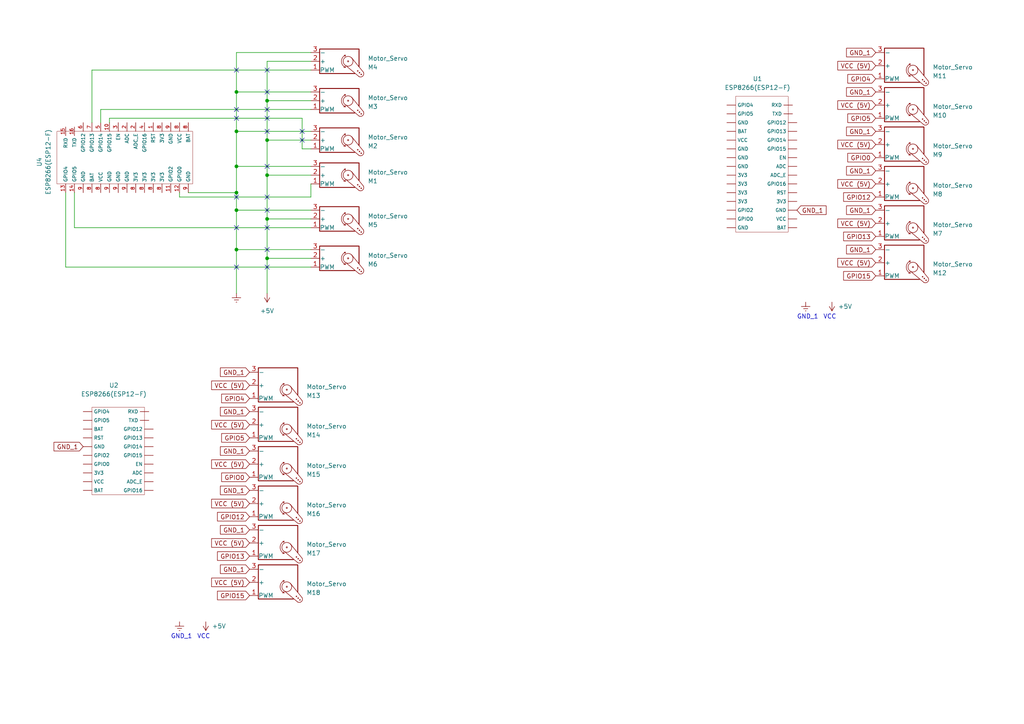
<source format=kicad_sch>
(kicad_sch (version 20230121) (generator eeschema)
  (paper "A4")
  (lib_symbols
    (symbol "ESP8266(ESP12-F)_1"
      (property "Reference" "U1" (at 1.27 10.16 0))
      (property "Value" "ESP8266(ESP12-F)" (at 1.27 7.62 0))
      (symbol "ESP8266(ESP12-F)_1_0_1"
        (rectangle (start -7.62 5.08) (end 7.62 -34.29) (stroke (width 0.0005)))
        (rectangle (start 7.62 -8.89) (end 7.62 -8.89) (stroke (width 0.0005)))
      )
      (symbol "ESP8266(ESP12-F)_1_1_1"
        (pin input line (at -10.16 -25.4 0) (length 2.54) (name "3V3") (number ""))
        (pin input line (at 10.16 -25.4 180) (length 2.54) (name "3V3") (number ""))
        (pin input line (at 10.16 -22.86 180) (length 2.54) (name "3V3") (number ""))
        (pin input line (at 10.16 -20.32 180) (length 2.54) (name "3V3") (number ""))
        (pin input line (at 10.16 -17.78 180) (length 2.54) (name "3V3") (number ""))
        (pin input line (at -10.16 -15.24 0) (length 2.54) (name "ADC") (number ""))
        (pin input line (at -10.16 -17.78 0) (length 2.54) (name "ADC_E") (number ""))
        (pin input line (at -10.16 -33.02 0) (length 2.54) (name "BAT") (number ""))
        (pin input line (at 10.16 -5.08 180) (length 2.54) (name "BAT") (number ""))
        (pin input line (at -10.16 -12.7 0) (length 2.54) (name "EN") (number ""))
        (pin input line (at -10.16 -27.94 0) (length 2.54) (name "GND") (number ""))
        (pin input line (at 10.16 -33.02 180) (length 2.54) (name "GND") (number ""))
        (pin input line (at 10.16 -15.24 180) (length 2.54) (name "GND") (number ""))
        (pin input line (at 10.16 -12.7 180) (length 2.54) (name "GND") (number ""))
        (pin input line (at 10.16 -10.16 180) (length 2.54) (name "GND") (number ""))
        (pin input line (at 10.16 -2.54 180) (length 2.54) (name "GND") (number ""))
        (pin input line (at 10.16 -30.48 180) (length 2.54) (name "GPIO0") (number ""))
        (pin input line (at -10.16 -2.54 0) (length 2.54) (name "GPIO12") (number ""))
        (pin input line (at -10.16 -5.08 0) (length 2.54) (name "GPIO13") (number ""))
        (pin input line (at -10.16 -7.62 0) (length 2.54) (name "GPIO14") (number ""))
        (pin input line (at -10.16 -10.16 0) (length 2.54) (name "GPIO15") (number ""))
        (pin input line (at -10.16 -20.32 0) (length 2.54) (name "GPIO16") (number ""))
        (pin input line (at 10.16 -27.94 180) (length 2.54) (name "GPIO2") (number ""))
        (pin input line (at 10.16 2.54 180) (length 2.54) (name "GPIO4") (number ""))
        (pin input line (at 10.16 0 180) (length 2.54) (name "GPIO5") (number ""))
        (pin input line (at -10.16 -22.86 0) (length 2.54) (name "RST") (number ""))
        (pin input line (at -8.89 2.54 0) (length 2.54) (name "RXD") (number ""))
        (pin input line (at -8.89 0 0) (length 2.54) (name "TXD") (number ""))
        (pin input line (at -10.16 -30.48 0) (length 2.54) (name "VCC") (number ""))
        (pin input line (at 10.16 -7.62 180) (length 2.54) (name "VCC") (number ""))
      )
    )
    (symbol "ESP8266(ESP12-F)_2"
      (property "Reference" "U2" (at 1.27 10.16 0))
      (property "Value" "ESP8266(ESP12-F)" (at 1.27 7.62 0))
      (symbol "ESP8266(ESP12-F)_2_0_1"
        (rectangle (start -7.62 3.81) (end 7.62 -21.59) (stroke (width 0.0005)))
        (rectangle (start 7.62 -8.89) (end 7.62 -8.89) (stroke (width 0.0005)))
      )
      (symbol "ESP8266(ESP12-F)_2_1_1"
        (pin input line (at 10.16 -15.24 180) (length 2.54) (name "3V3") (number ""))
        (pin input line (at -10.16 -15.24 0) (length 2.54) (name "ADC") (number ""))
        (pin input line (at -10.16 -17.78 0) (length 2.54) (name "ADC_E") (number ""))
        (pin input line (at 10.16 -20.32 180) (length 2.54) (name "BAT") (number ""))
        (pin input line (at 10.16 -2.54 180) (length 2.54) (name "BAT") (number ""))
        (pin input line (at -10.16 -12.7 0) (length 2.54) (name "EN") (number ""))
        (pin input line (at 10.16 -7.62 180) (length 2.54) (name "GND") (number ""))
        (pin input line (at 10.16 -12.7 180) (length 2.54) (name "GPIO0") (number ""))
        (pin input line (at -10.16 -2.54 0) (length 2.54) (name "GPIO12") (number ""))
        (pin input line (at -10.16 -5.08 0) (length 2.54) (name "GPIO13") (number ""))
        (pin input line (at -10.16 -7.62 0) (length 2.54) (name "GPIO14") (number ""))
        (pin input line (at -10.16 -10.16 0) (length 2.54) (name "GPIO15") (number ""))
        (pin input line (at -10.16 -20.32 0) (length 2.54) (name "GPIO16") (number ""))
        (pin input line (at 10.16 -10.16 180) (length 2.54) (name "GPIO2") (number ""))
        (pin input line (at 10.16 2.54 180) (length 2.54) (name "GPIO4") (number ""))
        (pin input line (at 10.16 0 180) (length 2.54) (name "GPIO5") (number ""))
        (pin input line (at 10.16 -5.08 180) (length 2.54) (name "RST") (number ""))
        (pin input line (at -8.89 2.54 0) (length 2.54) (name "RXD") (number ""))
        (pin input line (at -8.89 0 0) (length 2.54) (name "TXD") (number ""))
        (pin input line (at 10.16 -17.78 180) (length 2.54) (name "VCC") (number ""))
      )
    )
    (symbol "Motor:Motor_Servo" (pin_names (offset 0.0254))
      (property "Reference" "M" (at -5.08 4.445 0))
      (property "Value" "Motor_Servo" (at -5.08 -4.064 0))
      (symbol "Motor_Servo_0_1"
        (polyline (pts (xy 2.413 -1.778) (xy 2.032 -1.778)))
        (polyline (pts (xy 2.413 -1.778) (xy 2.286 -1.397)))
        (polyline (pts (xy 2.413 1.778) (xy 1.905 1.778)))
        (polyline (pts (xy 2.413 1.778) (xy 2.286 1.397)))
        (polyline (pts (xy 6.35 4.445) (xy 2.54 1.27)))
        (polyline (pts (xy 7.62 3.175) (xy 4.191 -1.016)))
        (polyline (pts (xy 5.08 3.556) (xy -5.08 3.556) (xy -5.08 -3.556) (xy 6.35 -3.556) (xy 6.35 1.524)) (stroke (width 0.254)))
        (arc (start 2.413 1.778) (mid 1.2406 0) (end 2.413 -1.778))
        (circle (center 3.175 0) (radius 0.1778))
        (circle (center 3.175 0) (radius 1.4224))
        (circle (center 5.969 2.794) (radius 0.127))
        (circle (center 6.477 3.302) (radius 0.127))
        (circle (center 6.985 3.81) (radius 0.127))
        (arc (start 7.62 3.175) (mid 7.4485 4.2735) (end 6.35 4.445))
      )
      (symbol "Motor_Servo_1_1"
        (pin passive line (at -7.62 2.54 0) (length 2.54) (name "PWM") (number "1"))
        (pin passive line (at -7.62 0 0) (length 2.54) (name "+") (number "2"))
        (pin passive line (at -7.62 -2.54 0) (length 2.54) (name "-") (number "3"))
      )
    )
    (symbol "Motor_Servo_1" (pin_names (offset 0.0254))
      (property "Reference" "M12" (at 8.89 1.7034 0))
      (property "Value" "Motor_Servo" (at 8.89 -0.8366 0))
      (symbol "Motor_Servo_1_0_1"
        (polyline (pts (xy 2.413 -1.778) (xy 2.032 -1.778)))
        (polyline (pts (xy 2.413 -1.778) (xy 2.286 -1.397)))
        (polyline (pts (xy 2.413 1.778) (xy 1.905 1.778)))
        (polyline (pts (xy 2.413 1.778) (xy 2.286 1.397)))
        (polyline (pts (xy 6.35 4.445) (xy 2.54 1.27)))
        (polyline (pts (xy 7.62 3.175) (xy 4.191 -1.016)))
        (polyline (pts (xy 5.08 3.556) (xy -5.08 3.556) (xy -5.08 -6.35) (xy 6.35 -6.35) (xy 6.35 1.524)) (stroke (width 0.254)))
        (arc (start 2.413 1.778) (mid 1.2406 0) (end 2.413 -1.778))
        (circle (center 3.175 0) (radius 0.1778))
        (circle (center 3.175 0) (radius 1.4224))
        (circle (center 5.969 2.794) (radius 0.127))
        (circle (center 6.477 3.302) (radius 0.127))
        (circle (center 6.985 3.81) (radius 0.127))
        (arc (start 7.62 3.175) (mid 7.4485 4.2735) (end 6.35 4.445))
      )
      (symbol "Motor_Servo_1_1_1"
        (pin passive line (at -7.62 2.54 0) (length 2.54) (name "PWM") (number "1"))
        (pin passive line (at -7.62 -1.27 0) (length 2.54) (name "+") (number "2"))
        (pin passive line (at -7.62 -5.08 0) (length 2.54) (name "-") (number "3"))
      )
    )
    (symbol "e-radionica.com schematics:ESP8266(ESP12-F)"
      (property "Reference" "U4" (at 1.27 10.16 0))
      (property "Value" "ESP8266(ESP12-F)" (at 1.27 7.62 0))
      (symbol "ESP8266(ESP12-F)_0_1"
        (rectangle (start -7.62 5.08) (end 7.62 -34.29) (stroke (width 0.0005)))
        (rectangle (start 7.62 -8.89) (end 7.62 -8.89) (stroke (width 0.0005)))
      )
      (symbol "ESP8266(ESP12-F)_1_1"
        (pin input line (at -10.16 -22.86 0) (length 2.54) (name "RST") (number "1"))
        (pin input line (at -10.16 -10.16 0) (length 2.54) (name "GPIO15") (number "10"))
        (pin input line (at 10.16 -27.94 180) (length 2.54) (name "GPIO2") (number "11"))
        (pin input line (at 10.16 -30.48 180) (length 2.54) (name "GPIO0") (number "12"))
        (pin input line (at 10.16 2.54 180) (length 2.54) (name "GPIO4") (number "13"))
        (pin input line (at 10.16 0 180) (length 2.54) (name "GPIO5") (number "14"))
        (pin input line (at -8.89 2.54 0) (length 2.54) (name "RXD") (number "15"))
        (pin input line (at -8.89 0 0) (length 2.54) (name "TXD") (number "16"))
        (pin input line (at -10.16 -15.24 0) (length 2.54) (name "ADC") (number "2"))
        (pin input line (at -10.16 -17.78 0) (length 2.54) (name "ADC_E") (number "2"))
        (pin input line (at -10.16 -12.7 0) (length 2.54) (name "EN") (number "3"))
        (pin input line (at -10.16 -20.32 0) (length 2.54) (name "GPIO16") (number "4"))
        (pin input line (at -10.16 -7.62 0) (length 2.54) (name "GPIO14") (number "5"))
        (pin input line (at -10.16 -2.54 0) (length 2.54) (name "GPIO12") (number "6"))
        (pin input line (at -10.16 -5.08 0) (length 2.54) (name "GPIO13") (number "7"))
        (pin input line (at -10.16 -25.4 0) (length 2.54) (name "3V3") (number "8"))
        (pin input line (at 10.16 -25.4 180) (length 2.54) (name "3V3") (number "8"))
        (pin input line (at 10.16 -22.86 180) (length 2.54) (name "3V3") (number "8"))
        (pin input line (at 10.16 -20.32 180) (length 2.54) (name "3V3") (number "8"))
        (pin input line (at 10.16 -17.78 180) (length 2.54) (name "3V3") (number "8"))
        (pin input line (at -10.16 -33.02 0) (length 2.54) (name "BAT") (number "8"))
        (pin input line (at 10.16 -5.08 180) (length 2.54) (name "BAT") (number "8"))
        (pin input line (at -10.16 -30.48 0) (length 2.54) (name "VCC") (number "8"))
        (pin input line (at 10.16 -7.62 180) (length 2.54) (name "VCC") (number "8"))
        (pin input line (at -10.16 -27.94 0) (length 2.54) (name "GND") (number "9"))
        (pin input line (at 10.16 -33.02 180) (length 2.54) (name "GND") (number "9"))
        (pin input line (at 10.16 -15.24 180) (length 2.54) (name "GND") (number "9"))
        (pin input line (at 10.16 -12.7 180) (length 2.54) (name "GND") (number "9"))
        (pin input line (at 10.16 -10.16 180) (length 2.54) (name "GND") (number "9"))
        (pin input line (at 10.16 -2.54 180) (length 2.54) (name "GND") (number "9"))
      )
    )
    (symbol "power:+5V" (power) (pin_names (offset 0))
      (property "Value" "+5V" (at 0 3.556 0))
      (symbol "+5V_0_1"
        (polyline (pts (xy -0.762 1.27) (xy 0 2.54)))
        (polyline (pts (xy 0 0) (xy 0 2.54)))
        (polyline (pts (xy 0 2.54) (xy 0.762 1.27)))
      )
      (symbol "+5V_1_1"
        (pin power_in line (at 0 0 90) (length 0) hide (name "+5V") (number "1"))
      )
    )
    (symbol "power:Earth" (power) (pin_names (offset 0))
      (symbol "Earth_0_1"
        (polyline (pts (xy -0.635 -1.905) (xy 0.635 -1.905)))
        (polyline (pts (xy -0.127 -2.54) (xy 0.127 -2.54)))
        (polyline (pts (xy 0 -1.27) (xy 0 0)))
        (polyline (pts (xy 1.27 -1.27) (xy -1.27 -1.27)))
      )
      (symbol "Earth_1_1"
        (pin power_in line (at 0 0 270) (length 0) hide (name "Earth") (number "1"))
      )
    )
  )
  (junction (at 68.58 38.1))
  (junction (at 77.47 50.8))
  (junction (at 77.47 29.21))
  (junction (at 77.47 40.64))
  (junction (at 68.58 55.88))
  (junction (at 77.47 74.93))
  (junction (at 68.58 60.96))
  (junction (at 68.58 26.67))
  (junction (at 68.58 72.39))
  (junction (at 68.58 48.26))
  (junction (at 77.47 63.5))
  (no_connect (at 77.47 38.1))
  (no_connect (at 77.47 48.26))
  (no_connect (at 68.58 20.32))
  (no_connect (at 77.47 57.15))
  (no_connect (at 68.58 34.29))
  (no_connect (at 87.63 38.1))
  (no_connect (at 77.47 72.39))
  (no_connect (at 68.58 77.47))
  (no_connect (at 77.47 66.04))
  (no_connect (at 68.58 57.15))
  (no_connect (at 77.47 34.29))
  (no_connect (at 77.47 60.96))
  (no_connect (at 77.47 20.32))
  (no_connect (at 77.47 77.47))
  (no_connect (at 68.58 31.75))
  (no_connect (at 77.47 31.75))
  (no_connect (at 77.47 26.67))
  (no_connect (at 87.63 40.64))
  (no_connect (at 68.58 66.04))
  (wire (pts (xy 68.58 15.24) (xy 68.58 26.67)))
  (wire (pts (xy 68.58 55.88) (xy 68.58 60.96)))
  (wire (pts (xy 19.05 55.88) (xy 19.05 77.47)))
  (wire (pts (xy 77.47 50.8) (xy 77.47 63.5)))
  (wire (pts (xy 19.05 77.47) (xy 90.17 77.47)))
  (wire (pts (xy 68.58 72.39) (xy 68.58 85.09)))
  (wire (pts (xy 52.07 55.88) (xy 52.07 57.15)))
  (wire (pts (xy 68.58 48.26) (xy 68.58 55.88)))
  (wire (pts (xy 68.58 60.96) (xy 90.17 60.96)))
  (wire (pts (xy 68.58 38.1) (xy 68.58 48.26)))
  (wire (pts (xy 29.21 31.75) (xy 90.17 31.75)))
  (wire (pts (xy 29.21 35.56) (xy 29.21 31.75)))
  (wire (pts (xy 77.47 17.78) (xy 90.17 17.78)))
  (wire (pts (xy 77.47 50.8) (xy 90.17 50.8)))
  (wire (pts (xy 77.47 29.21) (xy 90.17 29.21)))
  (wire (pts (xy 21.59 55.88) (xy 21.59 66.04)))
  (wire (pts (xy 87.63 43.18) (xy 90.17 43.18)))
  (wire (pts (xy 68.58 38.1) (xy 90.17 38.1)))
  (wire (pts (xy 26.67 35.56) (xy 26.67 20.32)))
  (wire (pts (xy 31.75 34.29) (xy 87.63 34.29)))
  (wire (pts (xy 90.17 15.24) (xy 68.58 15.24)))
  (wire (pts (xy 77.47 40.64) (xy 90.17 40.64)))
  (wire (pts (xy 26.67 20.32) (xy 90.17 20.32)))
  (wire (pts (xy 68.58 48.26) (xy 90.17 48.26)))
  (wire (pts (xy 87.63 34.29) (xy 87.63 43.18)))
  (wire (pts (xy 68.58 26.67) (xy 90.17 26.67)))
  (wire (pts (xy 52.07 57.15) (xy 90.17 57.15)))
  (wire (pts (xy 54.61 55.88) (xy 68.58 55.88)))
  (wire (pts (xy 90.17 57.15) (xy 90.17 53.34)))
  (wire (pts (xy 77.47 40.64) (xy 77.47 50.8)))
  (wire (pts (xy 68.58 26.67) (xy 68.58 38.1)))
  (wire (pts (xy 77.47 17.78) (xy 77.47 29.21)))
  (wire (pts (xy 21.59 66.04) (xy 90.17 66.04)))
  (wire (pts (xy 68.58 72.39) (xy 90.17 72.39)))
  (wire (pts (xy 77.47 63.5) (xy 77.47 74.93)))
  (wire (pts (xy 77.47 74.93) (xy 77.47 85.09)))
  (wire (pts (xy 77.47 74.93) (xy 90.17 74.93)))
  (wire (pts (xy 77.47 63.5) (xy 90.17 63.5)))
  (wire (pts (xy 77.47 29.21) (xy 77.47 40.64)))
  (wire (pts (xy 31.75 35.56) (xy 31.75 34.29)))
  (wire (pts (xy 68.58 60.96) (xy 68.58 72.39)))
  (text "GND_1" (at 231.14 92.71 0) (effects (font (size 1.27 1.27)) (justify left bottom)))
  (text "VCC" (at 238.76 92.71 0) (effects (font (size 1.27 1.27)) (justify left bottom)))
  (text "VCC" (at 57.15 185.42 0) (effects (font (size 1.27 1.27)) (justify left bottom)))
  (text "GND_1" (at 49.53 185.42 0) (effects (font (size 1.27 1.27)) (justify left bottom)))
  (global_label "GPIO13" (shape input) (at 72.39 161.29 180) (property "Intersheetrefs" "${INTERSHEET_REFS}" (effects hide)))
  (global_label "GPIO4" (shape input) (at 254 22.86 180) (property "Intersheetrefs" "${INTERSHEET_REFS}" (effects hide)))
  (global_label "GPIO0" (shape input) (at 254 45.72 180) (property "Intersheetrefs" "${INTERSHEET_REFS}" (effects hide)))
  (global_label "VCC (5V)" (shape input) (at 72.39 123.19 180) (property "Intersheetrefs" "${INTERSHEET_REFS}" (effects hide)))
  (global_label "GPIO12" (shape input) (at 254 57.15 180) (property "Intersheetrefs" "${INTERSHEET_REFS}" (effects hide)))
  (global_label "GPIO5" (shape input) (at 254 34.29 180) (property "Intersheetrefs" "${INTERSHEET_REFS}" (effects hide)))
  (global_label "VCC (5V)" (shape input) (at 254 76.2 180) (property "Intersheetrefs" "${INTERSHEET_REFS}" (effects hide)))
  (global_label "GPIO4" (shape input) (at 72.39 115.57 180) (property "Intersheetrefs" "${INTERSHEET_REFS}" (effects hide)))
  (global_label "GND_1" (shape input) (at 254 60.96 180) (property "Intersheetrefs" "${INTERSHEET_REFS}" (effects hide)))
  (global_label "VCC (5V)" (shape input) (at 72.39 134.62 180) (property "Intersheetrefs" "${INTERSHEET_REFS}" (effects hide)))
  (global_label "VCC (5V)" (shape input) (at 254 30.48 180) (property "Intersheetrefs" "${INTERSHEET_REFS}" (effects hide)))
  (global_label "GND_1" (shape input) (at 254 15.24 180) (property "Intersheetrefs" "${INTERSHEET_REFS}" (effects hide)))
  (global_label "GPIO5" (shape input) (at 72.39 127 180) (property "Intersheetrefs" "${INTERSHEET_REFS}" (effects hide)))
  (global_label "GND_1" (shape input) (at 254 26.67 180) (property "Intersheetrefs" "${INTERSHEET_REFS}" (effects hide)))
  (global_label "GND_1" (shape input) (at 72.39 153.67 180) (property "Intersheetrefs" "${INTERSHEET_REFS}" (effects hide)))
  (global_label "VCC (5V)" (shape input) (at 72.39 157.48 180) (property "Intersheetrefs" "${INTERSHEET_REFS}" (effects hide)))
  (global_label "GND_1" (shape input) (at 72.39 107.95 180) (property "Intersheetrefs" "${INTERSHEET_REFS}" (effects hide)))
  (global_label "GND_1" (shape input) (at 254 72.39 180) (property "Intersheetrefs" "${INTERSHEET_REFS}" (effects hide)))
  (global_label "GPIO12" (shape input) (at 72.39 149.86 180) (property "Intersheetrefs" "${INTERSHEET_REFS}" (effects hide)))
  (global_label "VCC (5V)" (shape input) (at 72.39 146.05 180) (property "Intersheetrefs" "${INTERSHEET_REFS}" (effects hide)))
  (global_label "GND_1" (shape input) (at 24.13 129.54 180) (property "Intersheetrefs" "${INTERSHEET_REFS}" (effects hide)))
  (global_label "GND_1" (shape input) (at 72.39 142.24 180) (property "Intersheetrefs" "${INTERSHEET_REFS}" (effects hide)))
  (global_label "GPIO15" (shape input) (at 254 80.01 180) (property "Intersheetrefs" "${INTERSHEET_REFS}" (effects hide)))
  (global_label "VCC (5V)" (shape input) (at 254 41.91 180) (property "Intersheetrefs" "${INTERSHEET_REFS}" (effects hide)))
  (global_label "GPIO13" (shape input) (at 254 68.58 180) (property "Intersheetrefs" "${INTERSHEET_REFS}" (effects hide)))
  (global_label "GND_1" (shape input) (at 254 49.53 180) (property "Intersheetrefs" "${INTERSHEET_REFS}" (effects hide)))
  (global_label "VCC (5V)" (shape input) (at 254 19.05 180) (property "Intersheetrefs" "${INTERSHEET_REFS}" (effects hide)))
  (global_label "GND_1" (shape input) (at 231.14 60.96 0) (property "Intersheetrefs" "${INTERSHEET_REFS}" (effects hide)))
  (global_label "GND_1" (shape input) (at 72.39 119.38 180) (property "Intersheetrefs" "${INTERSHEET_REFS}" (effects hide)))
  (global_label "GND_1" (shape input) (at 254 38.1 180) (property "Intersheetrefs" "${INTERSHEET_REFS}" (effects hide)))
  (global_label "VCC (5V)" (shape input) (at 72.39 168.91 180) (property "Intersheetrefs" "${INTERSHEET_REFS}" (effects hide)))
  (global_label "VCC (5V)" (shape input) (at 254 64.77 180) (property "Intersheetrefs" "${INTERSHEET_REFS}" (effects hide)))
  (global_label "VCC (5V)" (shape input) (at 72.39 111.76 180) (property "Intersheetrefs" "${INTERSHEET_REFS}" (effects hide)))
  (global_label "GPIO0" (shape input) (at 72.39 138.43 180) (property "Intersheetrefs" "${INTERSHEET_REFS}" (effects hide)))
  (global_label "GPIO15" (shape input) (at 72.39 172.72 180) (property "Intersheetrefs" "${INTERSHEET_REFS}" (effects hide)))
  (global_label "VCC (5V)" (shape input) (at 254 53.34 180) (property "Intersheetrefs" "${INTERSHEET_REFS}" (effects hide)))
  (global_label "GND_1" (shape input) (at 72.39 165.1 180) (property "Intersheetrefs" "${INTERSHEET_REFS}" (effects hide)))
  (global_label "GND_1" (shape input) (at 72.39 130.81 180) (property "Intersheetrefs" "${INTERSHEET_REFS}" (effects hide)))
  (symbol (lib_id "e-radionica.com schematics:ESP8266(ESP12-F)") (at 21.59 45.72 90) (mirror x) (unit 1)
    (property "Reference" "U4" (at 11.43 46.99 0))
    (property "Value" "ESP8266(ESP12-F)" (at 13.97 46.99 0))
    (property "Footprint" "e-radionica.com footprinti:ESP 8266(ESP12-F)" (effects hide))
  )
  (symbol (lib_id "power:Earth") (at 233.68 87.63 0) (unit 1)
    (property "Reference" "#PWR03" (effects hide))
    (property "Value" "Earth" (effects hide))
  )
  (symbol (lib_id "power:+5V") (at 59.69 180.34 0) (mirror x) (unit 1)
    (property "Reference" "#PWR06" (effects hide))
    (property "Value" "+5V" (at 63.5 181.61 0))
  )
  (symbol (lib_name "Motor_Servo_1") (lib_id "Motor:Motor_Servo") (at 261.62 43.18 0) (mirror x) (unit 1)
    (property "Reference" "M9" (at 270.51 44.8834 0) (effects (justify left)))
    (property "Value" "Motor_Servo" (at 270.51 42.3434 0) (effects (justify left)))
    (property "Datasheet" "http://forums.parallax.com/uploads/attachments/46831/74481.png" (effects hide))
  )
  (symbol (lib_id "Motor:Motor_Servo") (at 97.79 40.64 0) (mirror x) (unit 1)
    (property "Reference" "M2" (at 106.68 42.3434 0) (effects (justify left)))
    (property "Value" "Motor_Servo" (at 106.68 39.8034 0) (effects (justify left)))
    (property "Datasheet" "http://forums.parallax.com/uploads/attachments/46831/74481.png" (effects hide))
  )
  (symbol (lib_name "Motor_Servo_1") (lib_id "Motor:Motor_Servo") (at 80.01 113.03 0) (mirror x) (unit 1)
    (property "Reference" "M13" (at 88.9 114.7334 0) (effects (justify left)))
    (property "Value" "Motor_Servo" (at 88.9 112.1934 0) (effects (justify left)))
    (property "Datasheet" "http://forums.parallax.com/uploads/attachments/46831/74481.png" (effects hide))
  )
  (symbol (lib_name "Motor_Servo_1") (lib_id "Motor:Motor_Servo") (at 80.01 135.89 0) (mirror x) (unit 1)
    (property "Reference" "M15" (at 88.9 137.5934 0) (effects (justify left)))
    (property "Value" "Motor_Servo" (at 88.9 135.0534 0) (effects (justify left)))
    (property "Datasheet" "http://forums.parallax.com/uploads/attachments/46831/74481.png" (effects hide))
  )
  (symbol (lib_name "Motor_Servo_1") (lib_id "Motor:Motor_Servo") (at 261.62 54.61 0) (mirror x) (unit 1)
    (property "Reference" "M8" (at 270.51 56.3134 0) (effects (justify left)))
    (property "Value" "Motor_Servo" (at 270.51 53.7734 0) (effects (justify left)))
    (property "Datasheet" "http://forums.parallax.com/uploads/attachments/46831/74481.png" (effects hide))
  )
  (symbol (lib_id "Motor:Motor_Servo") (at 97.79 50.8 0) (mirror x) (unit 1)
    (property "Reference" "M1" (at 106.68 52.5034 0) (effects (justify left)))
    (property "Value" "Motor_Servo" (at 106.68 49.9634 0) (effects (justify left)))
    (property "Datasheet" "http://forums.parallax.com/uploads/attachments/46831/74481.png" (effects hide))
  )
  (symbol (lib_name "Motor_Servo_1") (lib_id "Motor:Motor_Servo") (at 80.01 147.32 0) (mirror x) (unit 1)
    (property "Reference" "M16" (at 88.9 149.0234 0) (effects (justify left)))
    (property "Value" "Motor_Servo" (at 88.9 146.4834 0) (effects (justify left)))
    (property "Datasheet" "http://forums.parallax.com/uploads/attachments/46831/74481.png" (effects hide))
  )
  (symbol (lib_id "power:+5V") (at 77.47 85.09 0) (mirror x) (unit 1)
    (property "Reference" "#PWR01" (effects hide))
    (property "Value" "+5V" (at 77.47 90.17 0))
  )
  (symbol (lib_name "Motor_Servo_1") (lib_id "Motor:Motor_Servo") (at 261.62 31.75 0) (mirror x) (unit 1)
    (property "Reference" "M10" (at 270.51 33.4534 0) (effects (justify left)))
    (property "Value" "Motor_Servo" (at 270.51 30.9134 0) (effects (justify left)))
    (property "Datasheet" "http://forums.parallax.com/uploads/attachments/46831/74481.png" (effects hide))
  )
  (symbol (lib_id "power:Earth") (at 52.07 180.34 0) (unit 1)
    (property "Reference" "#PWR05" (effects hide))
    (property "Value" "Earth" (effects hide))
  )
  (symbol (lib_name "Motor_Servo_1") (lib_id "Motor:Motor_Servo") (at 261.62 66.04 0) (mirror x) (unit 1)
    (property "Reference" "M7" (at 270.51 67.7434 0) (effects (justify left)))
    (property "Value" "Motor_Servo" (at 270.51 65.2034 0) (effects (justify left)))
    (property "Datasheet" "http://forums.parallax.com/uploads/attachments/46831/74481.png" (effects hide))
  )
  (symbol (lib_name "Motor_Servo_1") (lib_id "Motor:Motor_Servo") (at 80.01 158.75 0) (mirror x) (unit 1)
    (property "Reference" "M17" (at 88.9 160.4534 0) (effects (justify left)))
    (property "Value" "Motor_Servo" (at 88.9 157.9134 0) (effects (justify left)))
    (property "Datasheet" "http://forums.parallax.com/uploads/attachments/46831/74481.png" (effects hide))
  )
  (symbol (lib_id "Motor:Motor_Servo") (at 97.79 17.78 0) (mirror x) (unit 1)
    (property "Reference" "M4" (at 106.68 19.4834 0) (effects (justify left)))
    (property "Value" "Motor_Servo" (at 106.68 16.9434 0) (effects (justify left)))
    (property "Datasheet" "http://forums.parallax.com/uploads/attachments/46831/74481.png" (effects hide))
  )
  (symbol (lib_name "Motor_Servo_1") (lib_id "Motor:Motor_Servo") (at 80.01 124.46 0) (mirror x) (unit 1)
    (property "Reference" "M14" (at 88.9 126.1634 0) (effects (justify left)))
    (property "Value" "Motor_Servo" (at 88.9 123.6234 0) (effects (justify left)))
    (property "Datasheet" "http://forums.parallax.com/uploads/attachments/46831/74481.png" (effects hide))
  )
  (symbol (lib_name "Motor_Servo_1") (lib_id "Motor:Motor_Servo") (at 261.62 77.47 0) (mirror x) (unit 1)
    (property "Reference" "M12" (at 270.51 79.1734 0) (effects (justify left)))
    (property "Value" "Motor_Servo" (at 270.51 76.6334 0) (effects (justify left)))
    (property "Datasheet" "http://forums.parallax.com/uploads/attachments/46831/74481.png" (effects hide))
  )
  (symbol (lib_name "ESP8266(ESP12-F)_1") (lib_id "e-radionica.com schematics:ESP8266(ESP12-F)") (at 220.98 33.02 0) (mirror y) (unit 1)
    (property "Reference" "U1" (at 219.71 22.86 0))
    (property "Value" "ESP8266(ESP12-F)" (at 219.71 25.4 0))
    (property "Footprint" "e-radionica.com footprinti:ESP 8266(ESP12-F)" (effects hide))
  )
  (symbol (lib_id "Motor:Motor_Servo") (at 97.79 29.21 0) (mirror x) (unit 1)
    (property "Reference" "M3" (at 106.68 30.9134 0) (effects (justify left)))
    (property "Value" "Motor_Servo" (at 106.68 28.3734 0) (effects (justify left)))
    (property "Datasheet" "http://forums.parallax.com/uploads/attachments/46831/74481.png" (effects hide))
  )
  (symbol (lib_id "power:+5V") (at 241.3 87.63 0) (mirror x) (unit 1)
    (property "Reference" "#PWR04" (effects hide))
    (property "Value" "+5V" (at 245.11 88.9 0))
  )
  (symbol (lib_name "ESP8266(ESP12-F)_2") (lib_id "e-radionica.com schematics:ESP8266(ESP12-F)") (at 34.29 121.92 0) (mirror y) (unit 1)
    (property "Reference" "U2" (at 33.02 111.76 0))
    (property "Value" "ESP8266(ESP12-F)" (at 33.02 114.3 0))
    (property "Footprint" "e-radionica.com footprinti:ESP 8266(ESP12-F)" (effects hide))
  )
  (symbol (lib_id "power:Earth") (at 68.58 85.09 0) (unit 1)
    (property "Reference" "#PWR02" (effects hide))
    (property "Value" "Earth" (effects hide))
  )
  (symbol (lib_id "Motor:Motor_Servo") (at 97.79 74.93 0) (mirror x) (unit 1)
    (property "Reference" "M6" (at 106.68 76.6334 0) (effects (justify left)))
    (property "Value" "Motor_Servo" (at 106.68 74.0934 0) (effects (justify left)))
    (property "Datasheet" "http://forums.parallax.com/uploads/attachments/46831/74481.png" (effects hide))
  )
  (symbol (lib_name "Motor_Servo_1") (lib_id "Motor:Motor_Servo") (at 80.01 170.18 0) (mirror x) (unit 1)
    (property "Reference" "M18" (at 88.9 171.8834 0) (effects (justify left)))
    (property "Value" "Motor_Servo" (at 88.9 169.3434 0) (effects (justify left)))
    (property "Datasheet" "http://forums.parallax.com/uploads/attachments/46831/74481.png" (effects hide))
  )
  (symbol (lib_id "Motor:Motor_Servo") (at 97.79 63.5 0) (mirror x) (unit 1)
    (property "Reference" "M5" (at 106.68 65.2034 0) (effects (justify left)))
    (property "Value" "Motor_Servo" (at 106.68 62.6634 0) (effects (justify left)))
    (property "Datasheet" "http://forums.parallax.com/uploads/attachments/46831/74481.png" (effects hide))
  )
  (symbol (lib_name "Motor_Servo_1") (lib_id "Motor:Motor_Servo") (at 261.62 20.32 0) (mirror x) (unit 1)
    (property "Reference" "M11" (at 270.51 22.0234 0) (effects (justify left)))
    (property "Value" "Motor_Servo" (at 270.51 19.4834 0) (effects (justify left)))
    (property "Datasheet" "http://forums.parallax.com/uploads/attachments/46831/74481.png" (effects hide))
  )
)
</source>
